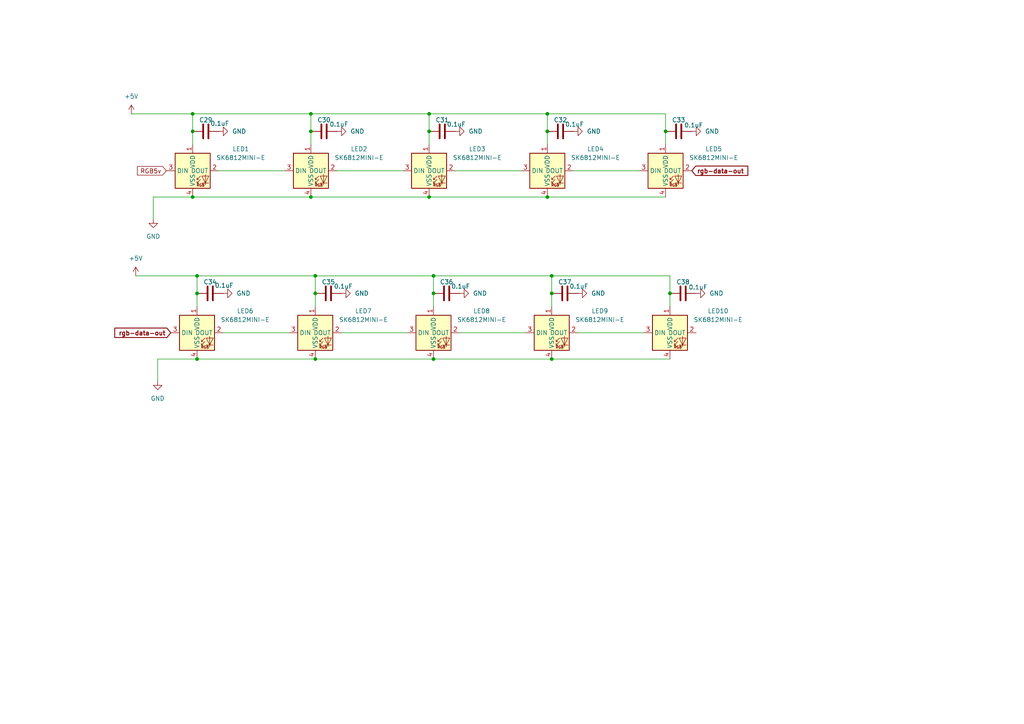
<source format=kicad_sch>
(kicad_sch (version 20231120) (generator "eeschema") (generator_version "8.0")
  (paper "A4")
  (lib_symbols
    (symbol "Device:C" (pin_numbers hide) (pin_names (offset 0.254))
      (property "Reference" "C" (at 0.635 2.54 0))
      (property "Value" "C" (at 0.635 -2.54 0))
      (symbol "C_0_1"
        (polyline (pts (xy -2.032 -0.762) (xy 2.032 -0.762)) (stroke (width 0.508)))
        (polyline (pts (xy -2.032 0.762) (xy 2.032 0.762)) (stroke (width 0.508)))
      )
      (symbol "C_1_1"
        (pin passive line (at 0 3.81 270) (length 2.794) (name "~") (number "1"))
        (pin passive line (at 0 -3.81 90) (length 2.794) (name "~") (number "2"))
      )
    )
    (symbol "PCM_marbastlib-various:SK6812MINI-E"
      (property "Reference" "LED" (at 2.54 6.35 0))
      (property "Value" "SK6812MINI-E" (at 7.62 -6.35 0))
      (symbol "SK6812MINI-E_0_0"
        (text "RGB" (at 2.286 -4.191 0) (effects (font (size 0.762 0.762))))
      )
      (symbol "SK6812MINI-E_0_1"
        (polyline (pts (xy 1.27 -3.556) (xy 1.778 -3.556)))
        (polyline (pts (xy 1.27 -2.54) (xy 1.778 -2.54)))
        (polyline (pts (xy 4.699 -3.556) (xy 2.667 -3.556)))
        (polyline (pts (xy 2.286 -2.54) (xy 1.27 -3.556) (xy 1.27 -3.048)))
        (polyline (pts (xy 2.286 -1.524) (xy 1.27 -2.54) (xy 1.27 -2.032)))
        (polyline (pts (xy 3.683 -1.016) (xy 3.683 -3.556) (xy 3.683 -4.064)))
        (polyline (pts (xy 4.699 -1.524) (xy 2.667 -1.524) (xy 3.683 -3.556) (xy 4.699 -1.524)))
        (rectangle (start 5.08 5.08) (end -5.08 -5.08) (stroke (width 0.254)) (fill (type background)))
      )
      (symbol "SK6812MINI-E_1_1"
        (pin power_in line (at 0 7.62 270) (length 2.54) (name "VDD") (number "1"))
        (pin output line (at 7.62 0 180) (length 2.54) (name "DOUT") (number "2"))
        (pin input line (at -7.62 0 0) (length 2.54) (name "DIN") (number "3"))
        (pin power_in line (at 0 -7.62 90) (length 2.54) (name "VSS") (number "4"))
      )
    )
    (symbol "power:+5V" (power) (pin_numbers hide) (pin_names (offset 0) hide)
      (property "Value" "+5V" (at 0 3.556 0))
      (symbol "+5V_0_1"
        (polyline (pts (xy -0.762 1.27) (xy 0 2.54)))
        (polyline (pts (xy 0 0) (xy 0 2.54)))
        (polyline (pts (xy 0 2.54) (xy 0.762 1.27)))
      )
      (symbol "+5V_1_1"
        (pin power_in line (at 0 0 90) (length 0) (name "~") (number "1"))
      )
    )
    (symbol "power:GND" (power) (pin_numbers hide) (pin_names (offset 0) hide)
      (property "Value" "GND" (at 0 -3.81 0))
      (symbol "GND_0_1"
        (polyline (pts (xy 0 0) (xy 0 -1.27) (xy 1.27 -1.27) (xy 0 -2.54) (xy -1.27 -1.27) (xy 0 -1.27)))
      )
      (symbol "GND_1_1"
        (pin power_in line (at 0 0 270) (length 0) (name "~") (number "1"))
      )
    )
  )
  (junction (at 193.04 38.1))
  (junction (at 91.44 80.01))
  (junction (at 160.02 104.14))
  (junction (at 91.44 104.14))
  (junction (at 125.73 104.14))
  (junction (at 124.46 33.02))
  (junction (at 55.88 38.1))
  (junction (at 57.15 80.01))
  (junction (at 55.88 57.15))
  (junction (at 91.44 85.09))
  (junction (at 158.75 33.02))
  (junction (at 125.73 80.01))
  (junction (at 57.15 85.09))
  (junction (at 124.46 38.1))
  (junction (at 158.75 38.1))
  (junction (at 158.75 57.15))
  (junction (at 194.31 85.09))
  (junction (at 125.73 85.09))
  (junction (at 90.17 33.02))
  (junction (at 160.02 80.01))
  (junction (at 160.02 85.09))
  (junction (at 124.46 57.15))
  (junction (at 90.17 38.1))
  (junction (at 90.17 57.15))
  (junction (at 57.15 104.14))
  (junction (at 55.88 33.02))
  (wire (pts (xy 91.44 85.09) (xy 91.44 88.9)))
  (wire (pts (xy 90.17 57.15) (xy 124.46 57.15)))
  (wire (pts (xy 44.45 57.15) (xy 55.88 57.15)))
  (wire (pts (xy 90.17 38.1) (xy 90.17 41.91)))
  (wire (pts (xy 90.17 33.02) (xy 90.17 38.1)))
  (wire (pts (xy 166.37 49.53) (xy 185.42 49.53)))
  (wire (pts (xy 124.46 38.1) (xy 124.46 41.91)))
  (wire (pts (xy 125.73 80.01) (xy 125.73 85.09)))
  (wire (pts (xy 55.88 33.02) (xy 55.88 38.1)))
  (wire (pts (xy 125.73 85.09) (xy 125.73 88.9)))
  (wire (pts (xy 125.73 80.01) (xy 160.02 80.01)))
  (wire (pts (xy 38.1 33.02) (xy 55.88 33.02)))
  (wire (pts (xy 160.02 104.14) (xy 194.31 104.14)))
  (wire (pts (xy 193.04 33.02) (xy 193.04 38.1)))
  (wire (pts (xy 194.31 85.09) (xy 194.31 88.9)))
  (wire (pts (xy 55.88 33.02) (xy 90.17 33.02)))
  (wire (pts (xy 57.15 104.14) (xy 91.44 104.14)))
  (wire (pts (xy 193.04 38.1) (xy 193.04 41.91)))
  (wire (pts (xy 63.5 49.53) (xy 82.55 49.53)))
  (wire (pts (xy 91.44 80.01) (xy 125.73 80.01)))
  (wire (pts (xy 91.44 104.14) (xy 125.73 104.14)))
  (wire (pts (xy 158.75 33.02) (xy 193.04 33.02)))
  (wire (pts (xy 160.02 85.09) (xy 160.02 88.9)))
  (wire (pts (xy 97.79 49.53) (xy 116.84 49.53)))
  (wire (pts (xy 158.75 38.1) (xy 158.75 41.91)))
  (wire (pts (xy 39.37 80.01) (xy 57.15 80.01)))
  (wire (pts (xy 167.64 96.52) (xy 186.69 96.52)))
  (wire (pts (xy 124.46 33.02) (xy 124.46 38.1)))
  (wire (pts (xy 160.02 80.01) (xy 160.02 85.09)))
  (wire (pts (xy 158.75 57.15) (xy 193.04 57.15)))
  (wire (pts (xy 57.15 85.09) (xy 57.15 88.9)))
  (wire (pts (xy 124.46 57.15) (xy 158.75 57.15)))
  (wire (pts (xy 133.35 96.52) (xy 152.4 96.52)))
  (wire (pts (xy 57.15 80.01) (xy 91.44 80.01)))
  (wire (pts (xy 64.77 96.52) (xy 83.82 96.52)))
  (wire (pts (xy 57.15 80.01) (xy 57.15 85.09)))
  (wire (pts (xy 160.02 80.01) (xy 194.31 80.01)))
  (wire (pts (xy 124.46 33.02) (xy 158.75 33.02)))
  (wire (pts (xy 45.72 104.14) (xy 57.15 104.14)))
  (wire (pts (xy 45.72 110.49) (xy 45.72 104.14)))
  (wire (pts (xy 90.17 33.02) (xy 124.46 33.02)))
  (wire (pts (xy 55.88 38.1) (xy 55.88 41.91)))
  (wire (pts (xy 125.73 104.14) (xy 160.02 104.14)))
  (wire (pts (xy 194.31 80.01) (xy 194.31 85.09)))
  (wire (pts (xy 55.88 57.15) (xy 90.17 57.15)))
  (wire (pts (xy 132.08 49.53) (xy 151.13 49.53)))
  (wire (pts (xy 91.44 80.01) (xy 91.44 85.09)))
  (wire (pts (xy 44.45 63.5) (xy 44.45 57.15)))
  (wire (pts (xy 99.06 96.52) (xy 118.11 96.52)))
  (wire (pts (xy 158.75 33.02) (xy 158.75 38.1)))
  (global_label "rgb-data-out" (shape input) (at 49.53 96.52 180) (effects (font (bold yes))) (property "Intersheetrefs" "${INTERSHEET_REFS}" (effects (hide yes))))
  (global_label "rgb-data-out" (shape input) (at 200.66 49.53 0) (effects (font (bold yes))) (property "Intersheetrefs" "${INTERSHEET_REFS}" (effects (hide yes))))
  (global_label "RGB5v" (shape input) (at 48.26 49.53 180) (property "Intersheetrefs" "${INTERSHEET_REFS}" (effects (hide yes))))
  (symbol (lib_id "power:GND") (at 44.45 63.5 0) (unit 1)
    (property "Reference" "#PWR034" (effects (hide yes)))
    (property "Value" "GND" (at 44.45 68.58 0))
    (property "Description" "Power symbol creates a global label with name \"GND\" , ground" (effects (hide yes)))
  )
  (symbol (lib_id "power:+5V") (at 39.37 80.01 0) (unit 1)
    (property "Reference" "#PWR051" (effects (hide yes)))
    (property "Value" "+5V" (at 39.37 74.93 0))
    (property "Description" "Power symbol creates a global label with name \"+5V\"" (effects (hide yes)))
  )
  (symbol (lib_id "PCM_marbastlib-various:SK6812MINI-E") (at 125.73 96.52 0) (unit 1)
    (property "Reference" "LED8" (at 139.7 90.2014 0))
    (property "Value" "SK6812MINI-E" (at 139.7 92.7414 0))
    (property "Footprint" "PCM_marbastlib-various:LED_6028R" (effects (hide yes)))
    (property "Description" "Reverse mount adressable LED (WS2812 protocol)" (effects (hide yes)))
  )
  (symbol (lib_id "power:GND") (at 132.08 38.1 90) (unit 1)
    (property "Reference" "#PWR031" (effects (hide yes)))
    (property "Value" "GND" (at 135.89 38.0999 90) (effects (justify right)))
    (property "Description" "Power symbol creates a global label with name \"GND\" , ground" (effects (hide yes)))
  )
  (symbol (lib_id "power:+5V") (at 38.1 33.02 0) (unit 1)
    (property "Reference" "#PWR028" (effects (hide yes)))
    (property "Value" "+5V" (at 38.1 27.94 0))
    (property "Description" "Power symbol creates a global label with name \"+5V\"" (effects (hide yes)))
  )
  (symbol (lib_id "Device:C") (at 129.54 85.09 90) (unit 1)
    (property "Reference" "C36" (at 129.54 81.788 90))
    (property "Value" "0.1uF" (at 133.604 83.058 90))
    (property "Description" "Unpolarized capacitor" (effects (hide yes)))
  )
  (symbol (lib_id "Device:C") (at 163.83 85.09 90) (unit 1)
    (property "Reference" "C37" (at 163.83 81.788 90))
    (property "Value" "0.1uF" (at 167.894 83.058 90))
    (property "Description" "Unpolarized capacitor" (effects (hide yes)))
  )
  (symbol (lib_id "PCM_marbastlib-various:SK6812MINI-E") (at 194.31 96.52 0) (unit 1)
    (property "Reference" "LED10" (at 208.28 90.2014 0))
    (property "Value" "SK6812MINI-E" (at 208.28 92.7414 0))
    (property "Footprint" "PCM_marbastlib-various:LED_6028R" (effects (hide yes)))
    (property "Description" "Reverse mount adressable LED (WS2812 protocol)" (effects (hide yes)))
  )
  (symbol (lib_id "power:GND") (at 97.79 38.1 90) (unit 1)
    (property "Reference" "#PWR030" (effects (hide yes)))
    (property "Value" "GND" (at 101.6 38.0999 90) (effects (justify right)))
    (property "Description" "Power symbol creates a global label with name \"GND\" , ground" (effects (hide yes)))
  )
  (symbol (lib_id "PCM_marbastlib-various:SK6812MINI-E") (at 91.44 96.52 0) (unit 1)
    (property "Reference" "LED7" (at 105.41 90.2014 0))
    (property "Value" "SK6812MINI-E" (at 105.41 92.7414 0))
    (property "Footprint" "PCM_marbastlib-various:LED_6028R" (effects (hide yes)))
    (property "Description" "Reverse mount adressable LED (WS2812 protocol)" (effects (hide yes)))
  )
  (symbol (lib_id "power:GND") (at 64.77 85.09 90) (unit 1)
    (property "Reference" "#PWR052" (effects (hide yes)))
    (property "Value" "GND" (at 68.58 85.0899 90) (effects (justify right)))
    (property "Description" "Power symbol creates a global label with name \"GND\" , ground" (effects (hide yes)))
  )
  (symbol (lib_id "power:GND") (at 200.66 38.1 90) (unit 1)
    (property "Reference" "#PWR033" (effects (hide yes)))
    (property "Value" "GND" (at 204.47 38.0999 90) (effects (justify right)))
    (property "Description" "Power symbol creates a global label with name \"GND\" , ground" (effects (hide yes)))
  )
  (symbol (lib_id "power:GND") (at 45.72 110.49 0) (unit 1)
    (property "Reference" "#PWR057" (effects (hide yes)))
    (property "Value" "GND" (at 45.72 115.57 0))
    (property "Description" "Power symbol creates a global label with name \"GND\" , ground" (effects (hide yes)))
  )
  (symbol (lib_id "Device:C") (at 60.96 85.09 90) (unit 1)
    (property "Reference" "C34" (at 60.96 81.788 90))
    (property "Value" "0.1uF" (at 65.024 82.804 90))
    (property "Description" "Unpolarized capacitor" (effects (hide yes)))
  )
  (symbol (lib_id "Device:C") (at 128.27 38.1 90) (unit 1)
    (property "Reference" "C31" (at 128.27 34.798 90))
    (property "Value" "0.1uF" (at 132.334 36.068 90))
    (property "Description" "Unpolarized capacitor" (effects (hide yes)))
  )
  (symbol (lib_id "Device:C") (at 59.69 38.1 90) (unit 1)
    (property "Reference" "C29" (at 59.69 34.798 90))
    (property "Value" "0.1uF" (at 63.754 35.814 90))
    (property "Description" "Unpolarized capacitor" (effects (hide yes)))
  )
  (symbol (lib_id "PCM_marbastlib-various:SK6812MINI-E") (at 193.04 49.53 0) (unit 1)
    (property "Reference" "LED5" (at 207.01 43.2114 0))
    (property "Value" "SK6812MINI-E" (at 207.01 45.7514 0))
    (property "Footprint" "PCM_marbastlib-various:LED_6028R" (effects (hide yes)))
    (property "Description" "Reverse mount adressable LED (WS2812 protocol)" (effects (hide yes)))
  )
  (symbol (lib_id "Device:C") (at 162.56 38.1 90) (unit 1)
    (property "Reference" "C32" (at 162.56 34.798 90))
    (property "Value" "0.1uF" (at 166.624 36.068 90))
    (property "Description" "Unpolarized capacitor" (effects (hide yes)))
  )
  (symbol (lib_id "power:GND") (at 166.37 38.1 90) (unit 1)
    (property "Reference" "#PWR032" (effects (hide yes)))
    (property "Value" "GND" (at 170.18 38.0999 90) (effects (justify right)))
    (property "Description" "Power symbol creates a global label with name \"GND\" , ground" (effects (hide yes)))
  )
  (symbol (lib_id "PCM_marbastlib-various:SK6812MINI-E") (at 158.75 49.53 0) (unit 1)
    (property "Reference" "LED4" (at 172.72 43.2114 0))
    (property "Value" "SK6812MINI-E" (at 172.72 45.7514 0))
    (property "Footprint" "PCM_marbastlib-various:LED_6028R" (effects (hide yes)))
    (property "Description" "Reverse mount adressable LED (WS2812 protocol)" (effects (hide yes)))
  )
  (symbol (lib_id "Device:C") (at 196.85 38.1 90) (unit 1)
    (property "Reference" "C33" (at 196.85 34.798 90))
    (property "Value" "0.1uF" (at 201.168 36.322 90))
    (property "Description" "Unpolarized capacitor" (effects (hide yes)))
  )
  (symbol (lib_id "power:GND") (at 63.5 38.1 90) (unit 1)
    (property "Reference" "#PWR029" (effects (hide yes)))
    (property "Value" "GND" (at 67.31 38.0999 90) (effects (justify right)))
    (property "Description" "Power symbol creates a global label with name \"GND\" , ground" (effects (hide yes)))
  )
  (symbol (lib_id "PCM_marbastlib-various:SK6812MINI-E") (at 160.02 96.52 0) (unit 1)
    (property "Reference" "LED9" (at 173.99 90.2014 0))
    (property "Value" "SK6812MINI-E" (at 173.99 92.7414 0))
    (property "Footprint" "PCM_marbastlib-various:LED_6028R" (effects (hide yes)))
    (property "Description" "Reverse mount adressable LED (WS2812 protocol)" (effects (hide yes)))
  )
  (symbol (lib_id "PCM_marbastlib-various:SK6812MINI-E") (at 90.17 49.53 0) (unit 1)
    (property "Reference" "LED2" (at 104.14 43.2114 0))
    (property "Value" "SK6812MINI-E" (at 104.14 45.7514 0))
    (property "Footprint" "PCM_marbastlib-various:LED_6028R" (effects (hide yes)))
    (property "Description" "Reverse mount adressable LED (WS2812 protocol)" (effects (hide yes)))
  )
  (symbol (lib_id "power:GND") (at 133.35 85.09 90) (unit 1)
    (property "Reference" "#PWR054" (effects (hide yes)))
    (property "Value" "GND" (at 137.16 85.0899 90) (effects (justify right)))
    (property "Description" "Power symbol creates a global label with name \"GND\" , ground" (effects (hide yes)))
  )
  (symbol (lib_id "power:GND") (at 99.06 85.09 90) (unit 1)
    (property "Reference" "#PWR053" (effects (hide yes)))
    (property "Value" "GND" (at 102.87 85.0899 90) (effects (justify right)))
    (property "Description" "Power symbol creates a global label with name \"GND\" , ground" (effects (hide yes)))
  )
  (symbol (lib_id "PCM_marbastlib-various:SK6812MINI-E") (at 55.88 49.53 0) (unit 1)
    (property "Reference" "LED1" (at 69.85 43.2114 0))
    (property "Value" "SK6812MINI-E" (at 69.85 45.7514 0))
    (property "Footprint" "PCM_marbastlib-various:LED_6028R" (effects (hide yes)))
    (property "Description" "Reverse mount adressable LED (WS2812 protocol)" (effects (hide yes)))
  )
  (symbol (lib_id "Device:C") (at 198.12 85.09 90) (unit 1)
    (property "Reference" "C38" (at 198.12 81.788 90))
    (property "Value" "0.1uF" (at 202.438 83.312 90))
    (property "Description" "Unpolarized capacitor" (effects (hide yes)))
  )
  (symbol (lib_id "PCM_marbastlib-various:SK6812MINI-E") (at 57.15 96.52 0) (unit 1)
    (property "Reference" "LED6" (at 71.12 90.2014 0))
    (property "Value" "SK6812MINI-E" (at 71.12 92.7414 0))
    (property "Footprint" "PCM_marbastlib-various:LED_6028R" (effects (hide yes)))
    (property "Description" "Reverse mount adressable LED (WS2812 protocol)" (effects (hide yes)))
  )
  (symbol (lib_id "power:GND") (at 167.64 85.09 90) (unit 1)
    (property "Reference" "#PWR055" (effects (hide yes)))
    (property "Value" "GND" (at 171.45 85.0899 90) (effects (justify right)))
    (property "Description" "Power symbol creates a global label with name \"GND\" , ground" (effects (hide yes)))
  )
  (symbol (lib_id "power:GND") (at 201.93 85.09 90) (unit 1)
    (property "Reference" "#PWR056" (effects (hide yes)))
    (property "Value" "GND" (at 205.74 85.0899 90) (effects (justify right)))
    (property "Description" "Power symbol creates a global label with name \"GND\" , ground" (effects (hide yes)))
  )
  (symbol (lib_id "Device:C") (at 95.25 85.09 90) (unit 1)
    (property "Reference" "C35" (at 95.25 81.788 90))
    (property "Value" "0.1uF" (at 99.568 83.058 90))
    (property "Description" "Unpolarized capacitor" (effects (hide yes)))
  )
  (symbol (lib_id "Device:C") (at 93.98 38.1 90) (unit 1)
    (property "Reference" "C30" (at 93.98 34.798 90))
    (property "Value" "0.1uF" (at 98.298 36.068 90))
    (property "Description" "Unpolarized capacitor" (effects (hide yes)))
  )
  (symbol (lib_id "PCM_marbastlib-various:SK6812MINI-E") (at 124.46 49.53 0) (unit 1)
    (property "Reference" "LED3" (at 138.43 43.2114 0))
    (property "Value" "SK6812MINI-E" (at 138.43 45.7514 0))
    (property "Footprint" "PCM_marbastlib-various:LED_6028R" (effects (hide yes)))
    (property "Description" "Reverse mount adressable LED (WS2812 protocol)" (effects (hide yes)))
  )
)
</source>
